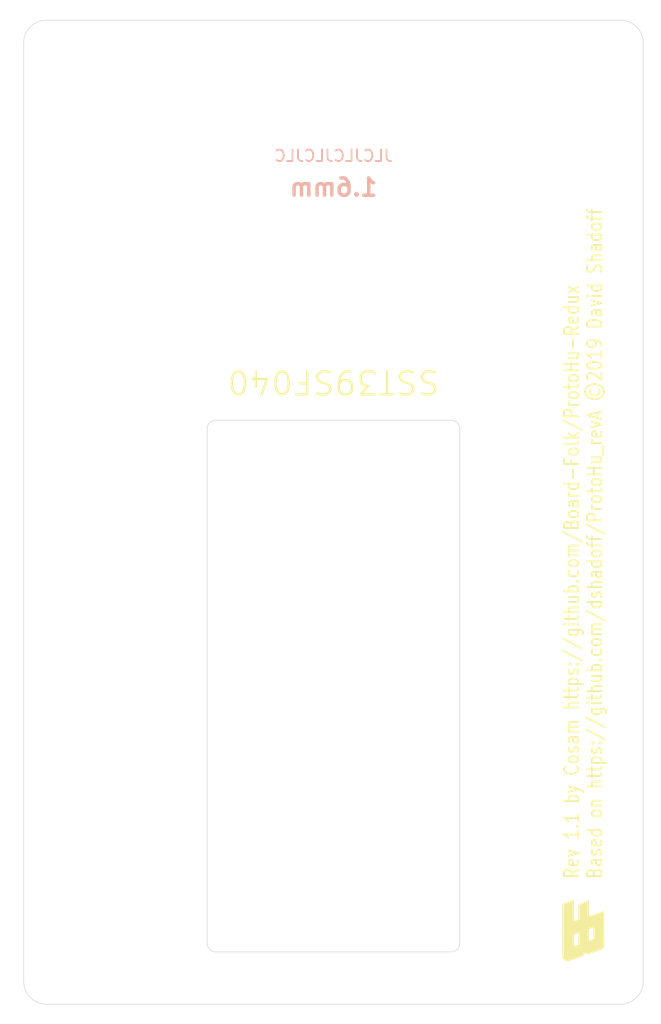
<source format=kicad_pcb>
(kicad_pcb
	(version 20241229)
	(generator "pcbnew")
	(generator_version "9.0")
	(general
		(thickness 1.6)
		(legacy_teardrops no)
	)
	(paper "A4")
	(layers
		(0 "F.Cu" signal)
		(2 "B.Cu" signal)
		(9 "F.Adhes" user "F.Adhesive")
		(11 "B.Adhes" user "B.Adhesive")
		(13 "F.Paste" user)
		(15 "B.Paste" user)
		(5 "F.SilkS" user "F.Silkscreen")
		(7 "B.SilkS" user "B.Silkscreen")
		(1 "F.Mask" user)
		(3 "B.Mask" user)
		(17 "Dwgs.User" user "User.Drawings")
		(19 "Cmts.User" user "User.Comments")
		(21 "Eco1.User" user "User.Eco1")
		(23 "Eco2.User" user "User.Eco2")
		(25 "Edge.Cuts" user)
		(27 "Margin" user)
		(31 "F.CrtYd" user "F.Courtyard")
		(29 "B.CrtYd" user "B.Courtyard")
		(35 "F.Fab" user)
		(33 "B.Fab" user)
		(39 "User.1" user)
		(41 "User.2" user)
		(43 "User.3" user)
		(45 "User.4" user)
		(47 "User.5" user)
		(49 "User.6" user)
		(51 "User.7" user)
		(53 "User.8" user)
		(55 "User.9" user)
	)
	(setup
		(pad_to_mask_clearance 0)
		(allow_soldermask_bridges_in_footprints no)
		(tenting front back)
		(pcbplotparams
			(layerselection 0x00000000_00000000_55555555_5755f5ff)
			(plot_on_all_layers_selection 0x00000000_00000000_00000000_00000000)
			(disableapertmacros no)
			(usegerberextensions no)
			(usegerberattributes yes)
			(usegerberadvancedattributes yes)
			(creategerberjobfile yes)
			(dashed_line_dash_ratio 12.000000)
			(dashed_line_gap_ratio 3.000000)
			(svgprecision 4)
			(plotframeref no)
			(mode 1)
			(useauxorigin no)
			(hpglpennumber 1)
			(hpglpenspeed 20)
			(hpglpendiameter 15.000000)
			(pdf_front_fp_property_popups yes)
			(pdf_back_fp_property_popups yes)
			(pdf_metadata yes)
			(pdf_single_document no)
			(dxfpolygonmode yes)
			(dxfimperialunits yes)
			(dxfusepcbnewfont yes)
			(psnegative no)
			(psa4output no)
			(plot_black_and_white yes)
			(sketchpadsonfab no)
			(plotpadnumbers no)
			(hidednponfab no)
			(sketchdnponfab yes)
			(crossoutdnponfab yes)
			(subtractmaskfromsilk no)
			(outputformat 1)
			(mirror no)
			(drillshape 0)
			(scaleselection 1)
			(outputdirectory "../board2-gerbers/")
		)
	)
	(net 0 "")
	(gr_rect
		(start 119.5 60.5)
		(end 177 149.5)
		(stroke
			(width 0.1)
			(type solid)
		)
		(fill yes)
		(layer "B.Mask")
		(uuid "9bdd932c-890e-441c-810a-d559dd0527ac")
	)
	(gr_poly
		(pts
			(xy 169.441863 138.709379) (xy 169.441863 140.572083) (xy 169.841864 140.438757) (xy 169.841864 139.138759)
			(xy 170.278335 138.943336) (xy 170.512329 138.839364) (xy 170.741861 138.738758) (xy 170.741861 140.13627)
			(xy 172.091856 139.688751) (xy 172.094362 142.685416) (xy 172.093962 142.702114) (xy 172.092775 142.718723)
			(xy 172.090823 142.735224) (xy 172.088125 142.751599) (xy 172.084703 142.767831) (xy 172.080578 142.783901)
			(xy 172.07577 142.799791) (xy 172.0703 142.815483) (xy 172.064188 142.830958) (xy 172.057456 142.846198)
			(xy 172.050125 142.861187) (xy 172.042214 142.875904) (xy 172.033745 142.890332) (xy 172.024739 142.904453)
			(xy 172.015216 142.918249) (xy 172.005197 142.931701) (xy 171.983754 142.957503) (xy 171.960577 142.981713)
			(xy 171.935831 143.004186) (xy 171.909682 143.024778) (xy 171.882296 143.043342) (xy 171.868192 143.051818)
			(xy 171.85384 143.059733) (xy 171.839263 143.067069) (xy 171.82448 143.073807) (xy 171.809512 143.079929)
			(xy 171.794381 143.085418) (xy 170.831261 143.425578) (xy 170.81318 143.431686) (xy 170.79519 143.437201)
			(xy 170.777309 143.44211) (xy 170.759554 143.446399) (xy 170.75 143.448381) (xy 170.75 142.250016)
			(xy 171.150001 142.122091) (xy 171.150001 141.122075) (xy 170.75 141.25) (xy 170.75 142.250016) (xy 170.75 143.448381)
			(xy 170.74194 143.450053) (xy 170.724487 143.453059) (xy 170.707209 143.455404) (xy 170.690124 143.457073)
			(xy 170.673249 143.458052) (xy 170.6566 143.458329) (xy 170.640195 143.457888) (xy 170.624051 143.456717)
			(xy 170.608183 143.454801) (xy 170.59261 143.452127) (xy 170.577347 143.448681) (xy 170.562412 143.444449)
			(xy 170.547822 143.439418) (xy 170.533593 143.433573) (xy 170.519743 143.426901) (xy 170.506287 143.419388)
			(xy 170.493244 143.411019) (xy 170.48063 143.401783) (xy 170.468461 143.391664) (xy 170.456755 143.380649)
			(xy 170.445528 143.368724) (xy 170.434797 143.355875) (xy 170.42458 143.342088) (xy 170.414892 143.327351)
			(xy 170.405752 143.311648) (xy 170.397175 143.294966) (xy 170.389178 143.277292) (xy 170.381779 143.258611)
			(xy 170.3806 143.281048) (xy 170.378898 143.302769) (xy 170.376682 143.323783) (xy 170.37396 143.3441)
			(xy 170.37074 143.363731) (xy 170.36703 143.382686) (xy 170.362837 143.400974) (xy 170.358169 143.418606)
			(xy 170.353035 143.435592) (xy 170.347443 143.451942) (xy 170.341399 143.467665) (xy 170.334913 143.482773)
			(xy 170.327992 143.497274) (xy 170.320643 143.51118) (xy 170.312876 143.5245) (xy 170.304697 143.537243)
			(xy 170.296116 143.549421) (xy 170.287138 143.561044) (xy 170.277774 143.572121) (xy 170.26803 143.582662)
			(xy 170.257914 143.592677) (xy 170.247435 143.602178) (xy 170.236599 143.611172) (xy 170.225416 143.619672)
			(xy 170.213893 143.627686) (xy 170.202038 143.635225) (xy 170.189859 143.642298) (xy 170.177364 143.648917)
			(xy 170.16456 143.65509) (xy 170.151456 143.660829) (xy 170.124379 143.671041) (xy 169.441863 143.902874)
			(xy 169.441863 142.752725) (xy 169.841864 142.6248) (xy 169.841864 141.624783) (xy 169.441863 141.752708)
			(xy 169.441863 142.752725) (xy 169.441863 143.902874) (xy 169.041861 144.038744) (xy 169.013913 144.047331)
			(xy 168.985999 144.054133) (xy 168.958174 144.059193) (xy 168.930495 144.062553) (xy 168.903018 144.064256)
			(xy 168.875798 144.064344) (xy 168.848891 144.062859) (xy 168.822355 144.059845) (xy 168.796244 144.055343)
			(xy 168.770614 144.049395) (xy 168.745522 144.042045) (xy 168.721023 144.033334) (xy 168.697173 144.023306)
			(xy 168.674029 144.012001) (xy 168.651647 143.999464) (xy 168.630082 143.985736) (xy 168.60939 143.970859)
			(xy 168.589627 143.954876) (xy 168.57085 143.93783) (xy 168.553113 143.919763) (xy 168.536475 143.900717)
			(xy 168.520989 143.880735) (xy 168.506712 143.859858) (xy 168.493701 143.83813) (xy 168.482011 143.815594)
			(xy 168.471697 143.79229) (xy 168.462817 143.768262) (xy 168.455426 143.743552) (xy 168.44958 143.718203)
			(xy 168.445335 143.692257) (xy 168.442747 143.665756) (xy 168.441872 143.638743) (xy 168.441872 139.088762)
		)
		(stroke
			(width 0)
			(type solid)
		)
		(fill yes)
		(layer "F.SilkS")
		(uuid "d371f631-c9ae-49a7-b45c-c517102480b5")
	)
	(gr_line
		(start 173.4886 62.2046)
		(end 123.5136 62.2046)
		(stroke
			(width 0.05)
			(type solid)
		)
		(layer "Edge.Cuts")
		(uuid "09cf5f84-282d-4013-85ee-2114c89d9a84")
	)
	(gr_arc
		(start 123.5136 147.8026)
		(mid 122.099386 147.216814)
		(end 121.5136 145.8026)
		(stroke
			(width 0.05)
			(type solid)
		)
		(layer "Edge.Cuts")
		(uuid "1ec96ca7-31f2-45ad-9681-9a9ef77ab16d")
	)
	(gr_arc
		(start 159.5 142.5)
		(mid 159.28033 143.03033)
		(end 158.75 143.25)
		(stroke
			(width 0.05)
			(type default)
		)
		(layer "Edge.Cuts")
		(uuid "332ea050-3d44-454a-b9d0-73b61b39b6b4")
	)
	(gr_line
		(start 159.5 97.75)
		(end 159.5 142.5)
		(stroke
			(width 0.05)
			(type solid)
		)
		(layer "Edge.Cuts")
		(uuid "340333f1-0413-4dd6-8a5a-baaef98a6917")
	)
	(gr_arc
		(start 158.75 97)
		(mid 159.28033 97.21967)
		(end 159.5 97.75)
		(stroke
			(width 0.05)
			(type default)
		)
		(layer "Edge.Cuts")
		(uuid "593e8624-1dd8-4b11-8169-e4419cca8860")
	)
	(gr_line
		(start 158.75 143.250003)
		(end 138.25 143.250003)
		(stroke
			(width 0.05)
			(type solid)
		)
		(layer "Edge.Cuts")
		(uuid "81505845-b57f-449b-afff-1726a33d5a4c")
	)
	(gr_line
		(start 175.4886 145.8026)
		(end 175.4886 64.2046)
		(stroke
			(width 0.05)
			(type solid)
		)
		(layer "Edge.Cuts")
		(uuid "a60b9e63-879a-4a7b-b833-dee5a06c1bbe")
	)
	(gr_arc
		(start 137.5 97.75)
		(mid 137.71967 97.21967)
		(end 138.25 97)
		(stroke
			(width 0.05)
			(type default)
		)
		(layer "Edge.Cuts")
		(uuid "b08eb74e-15c0-46ed-9fc7-f676bd7cf1ff")
	)
	(gr_line
		(start 137.5 142.5)
		(end 137.5 97.75)
		(stroke
			(width 0.05)
			(type solid)
		)
		(layer "Edge.Cuts")
		(uuid "bfc6817f-bb40-4d2e-ad8c-e52c73bfc8d9")
	)
	(gr_arc
		(start 138.25 143.25)
		(mid 137.71967 143.03033)
		(end 137.5 142.5)
		(stroke
			(width 0.05)
			(type default)
		)
		(layer "Edge.Cuts")
		(uuid "c07de702-795e-411b-9986-883cfa5c54bc")
	)
	(gr_line
		(start 123.5136 147.8026)
		(end 173.4886 147.8026)
		(stroke
			(width 0.05)
			(type solid)
		)
		(layer "Edge.Cuts")
		(uuid "cbf4f49d-13f9-406e-b6b0-683220a1328f")
	)
	(gr_line
		(start 121.5136 64.2046)
		(end 121.5136 145.8026)
		(stroke
			(width 0.05)
			(type solid)
		)
		(layer "Edge.Cuts")
		(uuid "cea7cdee-20db-4737-8256-9ba07cf009bc")
	)
	(gr_arc
		(start 121.5136 64.2046)
		(mid 122.099386 62.790386)
		(end 123.5136 62.2046)
		(stroke
			(width 0.05)
			(type solid)
		)
		(layer "Edge.Cuts")
		(uuid "ee7031ec-5ce4-418b-bc7c-1fbe6b5c00ee")
	)
	(gr_arc
		(start 175.4886 145.8026)
		(mid 174.902814 147.216814)
		(end 173.4886 147.8026)
		(stroke
			(width 0.05)
			(type solid)
		)
		(layer "Edge.Cuts")
		(uuid "f19a92df-f55e-402e-bb5f-7d46cde8eff3")
	)
	(gr_line
		(start 138.25 97)
		(end 158.75 97)
		(stroke
			(width 0.05)
			(type solid)
		)
		(layer "Edge.Cuts")
		(uuid "f306dd31-edca-4adc-9ec2-8f18e5f84830")
	)
	(gr_arc
		(start 173.4886 62.2046)
		(mid 174.902814 62.790386)
		(end 175.4886 64.2046)
		(stroke
			(width 0.05)
			(type solid)
		)
		(layer "Edge.Cuts")
		(uuid "f3908df5-0503-4e1e-a79b-2202f9195579")
	)
	(gr_text "SST39SF040"
		(at 148.5 92.5 180)
		(layer "F.SilkS")
		(uuid "18ea67f5-bf22-4dc5-80c8-d35f292d7821")
		(effects
			(font
				(size 2 2)
				(thickness 0.2)
			)
			(justify bottom)
		)
	)
	(gr_text "Rev 1.1 by Cosam https://github.com/Board-Folk/ProtoHu-Redux\nBased on https://github.com/dshadoff/ProtoHu_revA ©2019 David Shadoff"
		(at 172 137 90)
		(layer "F.SilkS")
		(uuid "e97a32de-7a7b-43d8-8515-4fd98f072a2e")
		(effects
			(font
				(size 1.25 1)
				(thickness 0.15)
				(bold yes)
			)
			(justify left bottom)
		)
	)
	(gr_text "JLCJLCJLCJLC"
		(at 148.5 74 0)
		(layer "B.SilkS")
		(uuid "3a0e0e64-be4d-440e-9c91-e8fc152e6fc1")
		(effects
			(font
				(size 1 1)
				(thickness 0.15)
			)
			(justify mirror)
		)
	)
	(gr_text "1.6mm"
		(at 148.5 76.75 0)
		(layer "B.SilkS")
		(uuid "c12c4af1-58c0-4100-9fe0-1222bbe95bc7")
		(effects
			(font
				(size 1.5 1.5)
				(thickness 0.3)
				(bold yes)
			)
			(justify mirror)
		)
	)
	(group ""
		(uuid "a9fcf3a0-2cd5-49a7-9e2d-332cd6d0ce56")
		(members "d371f631-c9ae-49a7-b45c-c517102480b5")
	)
	(embedded_fonts no)
)

</source>
